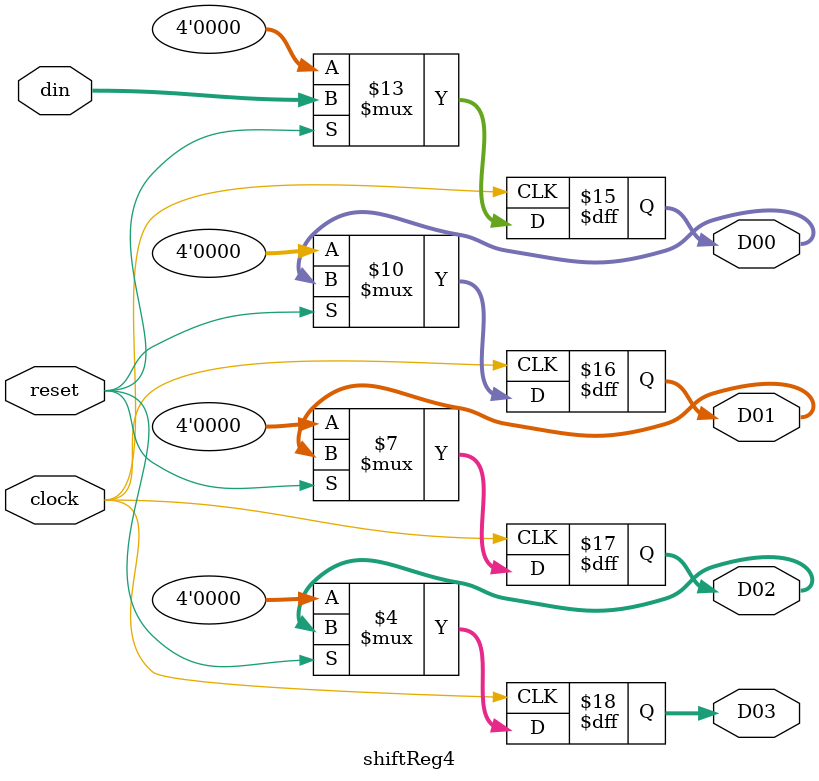
<source format=v>
`timescale 1ns/1ps

module shiftReg4(
    input [3:0] din,
    input clock, reset,
    output reg [3:0] D00, D01, D02, D03);

always @(posedge clock) 
    begin
        if(!reset)
            begin    
                D00 <= 4'b0;
                D01 <= 4'b0;
                D02 <= 4'b0;
                D03 <= 4'b0;
            end
        else
            begin
                D00 <= din;
                D01 <= D00;
                D02 <= D01;
                D03 <= D02;
            end
    
    end

endmodule

</source>
